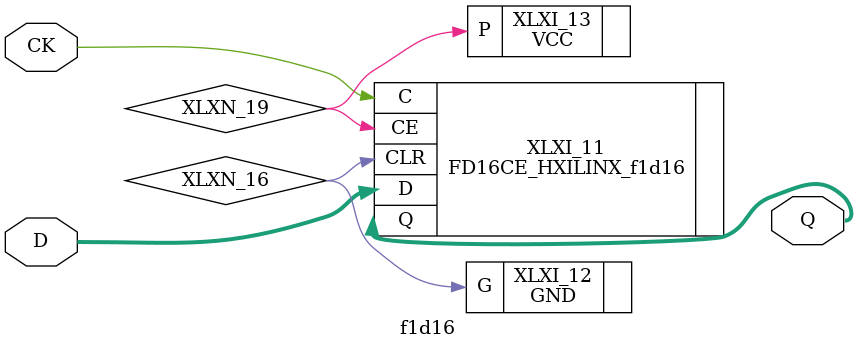
<source format=v>
module f1d16(CK, 
             D, 
             Q);

    input CK;
    input [15:0] D;
   output [15:0] Q;
   
   wire XLXN_16;
   wire XLXN_19;
   
   (* HU_SET = "XLXI_11_0" *) 
   FD16CE_HXILINX_f1d16  XLXI_11 (.C(CK), 
                                 .CE(XLXN_19), 
                                 .CLR(XLXN_16), 
                                 .D(D[15:0]), 
                                 .Q(Q[15:0]));
   GND  XLXI_12 (.G(XLXN_16));
   VCC  XLXI_13 (.P(XLXN_19));
endmodule

</source>
